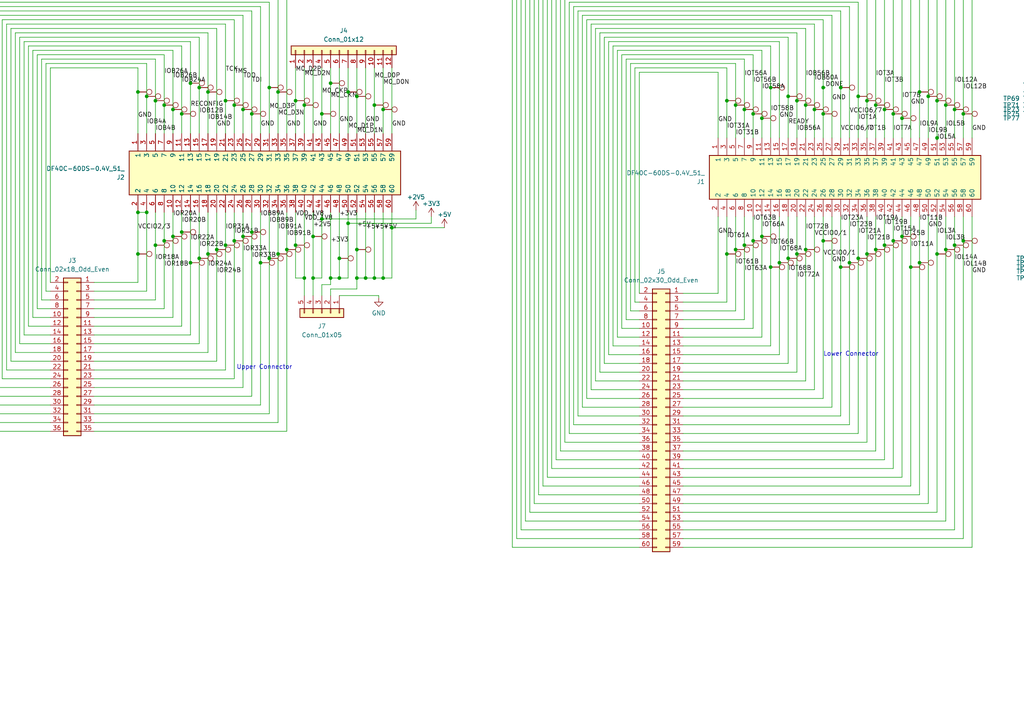
<source format=kicad_sch>
(kicad_sch (version 20230121) (generator eeschema)
  (paper "A4")
  (junction (at 40.005 73.66))
  (junction (at 40.005 61.595))
  (junction (at 100.965 26.67))
  (junction (at 75.565 76.2))
  (junction (at 45.085 71.12))
  (junction (at 70.485 68.58))
  (junction (at 73.025 67.31))
  (junction (at 274.32 30.48))
  (junction (at 42.545 61.595))
  (junction (at 80.645 26.67))
  (junction (at 215.9 71.12))
  (junction (at 67.945 69.85))
  (junction (at 60.325 73.66))
  (junction (at 254 72.39))
  (junction (at 279.4 69.85))
  (junction (at 40.005 26.67))
  (junction (at 251.46 29.21))
  (junction (at 98.425 74.93))
  (junction (at 243.84 77.47))
  (junction (at 90.805 80.645))
  (junction (at 264.16 77.47))
  (junction (at 215.9 31.75))
  (junction (at 45.085 29.21))
  (junction (at 213.36 30.48))
  (junction (at 83.185 72.39))
  (junction (at 233.68 72.39))
  (junction (at 256.54 31.75))
  (junction (at 220.98 34.29))
  (junction (at 65.405 29.21))
  (junction (at 111.125 31.75))
  (junction (at 52.705 33.02))
  (junction (at 106.045 80.645))
  (junction (at 80.645 73.66))
  (junction (at 111.125 80.645))
  (junction (at 60.325 26.67))
  (junction (at 220.98 68.58))
  (junction (at 78.105 25.4))
  (junction (at 108.585 30.48))
  (junction (at 52.705 67.31))
  (junction (at 57.785 25.4))
  (junction (at 238.76 33.02))
  (junction (at 95.885 80.645))
  (junction (at 246.38 76.2))
  (junction (at 95.885 24.13))
  (junction (at 228.6 27.94))
  (junction (at 70.485 31.75))
  (junction (at 218.44 33.02))
  (junction (at 108.585 80.645))
  (junction (at 251.46 73.66))
  (junction (at 88.265 30.48))
  (junction (at 55.245 76.2))
  (junction (at 233.68 30.48))
  (junction (at 254 30.48))
  (junction (at 62.865 72.39))
  (junction (at 266.7 26.67))
  (junction (at 73.025 33.02))
  (junction (at 231.14 73.66))
  (junction (at 213.36 72.39))
  (junction (at 103.505 72.39))
  (junction (at 47.625 69.85))
  (junction (at 210.82 29.21))
  (junction (at 269.24 27.94))
  (junction (at 50.165 68.58))
  (junction (at 236.22 31.75))
  (junction (at 93.345 33.02))
  (junction (at 90.805 68.58))
  (junction (at 223.52 77.47))
  (junction (at 261.62 34.29))
  (junction (at 98.425 80.645))
  (junction (at 100.965 64.77))
  (junction (at 218.44 69.85))
  (junction (at 85.725 71.12))
  (junction (at 271.78 73.66))
  (junction (at 248.92 74.93))
  (junction (at 248.92 27.94))
  (junction (at 238.76 69.85))
  (junction (at 47.625 30.48))
  (junction (at 259.08 33.02))
  (junction (at 276.86 31.75))
  (junction (at 223.52 25.4))
  (junction (at 103.505 27.94))
  (junction (at 271.78 29.21))
  (junction (at 279.4 33.02))
  (junction (at 231.14 29.21))
  (junction (at 55.245 24.13))
  (junction (at 243.84 25.4))
  (junction (at 261.62 68.58))
  (junction (at 93.345 63.5))
  (junction (at 259.08 69.85))
  (junction (at 103.505 80.645))
  (junction (at 210.82 73.66))
  (junction (at 256.54 71.12))
  (junction (at 50.165 31.75))
  (junction (at 65.405 71.12))
  (junction (at 67.945 30.48))
  (junction (at 228.6 74.93))
  (junction (at 85.725 29.21))
  (junction (at 57.785 74.93))
  (junction (at 266.7 76.2))
  (junction (at 78.105 74.93))
  (junction (at 88.265 80.645))
  (junction (at 274.32 72.39))
  (junction (at 238.76 25.4))
  (junction (at 226.06 76.2))
  (junction (at 271.78 40.005))
  (junction (at 42.545 27.94))
  (junction (at 276.86 71.12))
  (junction (at 113.665 66.04))
  (wire (pts (xy 223.52 13.335) (xy 177.8 13.335)))
  (wire (pts (xy 103.505 27.94) (xy 103.505 38.735)))
  (wire (pts (xy 42.545 61.595) (xy 42.545 84.455)))
  (wire (pts (xy 226.06 76.2) (xy 226.06 102.87)))
  (wire (pts (xy 198.12 95.25) (xy 218.44 95.25)))
  (wire (pts (xy 65.405 6.985) (xy 1.905 6.985)))
  (wire (pts (xy 6.985 12.065) (xy 6.985 97.155)))
  (wire (pts (xy 198.12 90.17) (xy 213.36 90.17)))
  (wire (pts (xy 65.405 38.735) (xy 65.405 29.21)))
  (wire (pts (xy 57.785 74.93) (xy 57.785 99.695)))
  (wire (pts (xy 266.7 -8.255) (xy 156.21 -8.255)))
  (wire (pts (xy 67.945 5.715) (xy 67.945 30.48)))
  (wire (pts (xy 10.795 15.875) (xy 47.625 15.875)))
  (wire (pts (xy 6.985 97.155) (xy 14.605 97.155)))
  (wire (pts (xy 243.84 3.175) (xy 167.64 3.175)))
  (wire (pts (xy 12.065 86.995) (xy 14.605 86.995)))
  (wire (pts (xy 173.99 107.95) (xy 173.99 9.525)))
  (wire (pts (xy 80.645 122.555) (xy 27.305 122.555)))
  (wire (pts (xy 85.725 61.595) (xy 85.725 71.12)))
  (wire (pts (xy 100.965 64.77) (xy 100.965 80.645)))
  (wire (pts (xy 60.325 9.525) (xy 4.445 9.525)))
  (wire (pts (xy 120.65 63.5) (xy 120.65 60.96)))
  (wire (pts (xy 198.12 133.35) (xy 256.54 133.35)))
  (wire (pts (xy 95.885 83.82) (xy 103.505 83.82)))
  (wire (pts (xy 50.165 68.58) (xy 50.165 92.075)))
  (wire (pts (xy 103.505 80.645) (xy 106.045 80.645)))
  (wire (pts (xy 111.125 80.645) (xy 113.665 80.645)))
  (wire (pts (xy 85.725 80.645) (xy 85.725 71.12)))
  (wire (pts (xy -5.715 -0.635) (xy -5.715 122.555)))
  (wire (pts (xy 148.59 158.75) (xy 185.42 158.75)))
  (wire (pts (xy 177.8 100.33) (xy 185.42 100.33)))
  (wire (pts (xy 251.46 62.865) (xy 251.46 73.66)))
  (wire (pts (xy 266.7 62.865) (xy 266.7 76.2)))
  (wire (pts (xy 213.36 40.005) (xy 213.36 30.48)))
  (wire (pts (xy 173.99 9.525) (xy 231.14 9.525)))
  (wire (pts (xy 198.12 135.89) (xy 259.08 135.89)))
  (wire (pts (xy 27.305 102.235) (xy 60.325 102.235)))
  (wire (pts (xy 172.72 8.255) (xy 172.72 110.49)))
  (wire (pts (xy 100.965 19.685) (xy 100.965 26.67)))
  (wire (pts (xy 269.24 -9.525) (xy 269.24 27.94)))
  (wire (pts (xy 276.86 -13.335) (xy 151.13 -13.335)))
  (wire (pts (xy 254 72.39) (xy 254 130.81)))
  (wire (pts (xy 279.4 -14.605) (xy 279.4 33.02)))
  (wire (pts (xy 198.12 146.05) (xy 269.24 146.05)))
  (wire (pts (xy 9.525 92.075) (xy 14.605 92.075)))
  (wire (pts (xy 14.605 19.685) (xy 14.605 81.915)))
  (wire (pts (xy 259.08 -4.445) (xy 259.08 33.02)))
  (wire (pts (xy 67.945 61.595) (xy 67.945 69.85)))
  (wire (pts (xy 246.38 76.2) (xy 246.38 123.19)))
  (wire (pts (xy 210.82 62.865) (xy 210.82 73.66)))
  (wire (pts (xy 93.345 19.685) (xy 93.345 33.02)))
  (wire (pts (xy 180.34 95.25) (xy 185.42 95.25)))
  (wire (pts (xy 198.12 92.71) (xy 215.9 92.71)))
  (wire (pts (xy 223.52 13.335) (xy 223.52 25.4)))
  (wire (pts (xy 95.885 82.55) (xy 93.345 82.55)))
  (wire (pts (xy 218.44 40.005) (xy 218.44 33.02)))
  (wire (pts (xy 14.605 125.095) (xy -6.985 125.095)))
  (wire (pts (xy 198.12 151.13) (xy 274.32 151.13)))
  (wire (pts (xy 161.29 133.35) (xy 185.42 133.35)))
  (wire (pts (xy 52.705 67.31) (xy 52.705 94.615)))
  (wire (pts (xy 184.15 87.63) (xy 184.15 19.685)))
  (wire (pts (xy 156.21 143.51) (xy 185.42 143.51)))
  (wire (pts (xy 78.105 0.635) (xy 78.105 25.4)))
  (wire (pts (xy 98.425 80.645) (xy 98.425 74.93)))
  (wire (pts (xy 45.085 17.145) (xy 45.085 29.21)))
  (wire (pts (xy 27.305 92.075) (xy 50.165 92.075)))
  (wire (pts (xy 57.785 10.795) (xy 57.785 25.4)))
  (wire (pts (xy 220.98 40.005) (xy 220.98 34.29)))
  (wire (pts (xy 90.805 19.685) (xy 90.805 38.735)))
  (wire (pts (xy 248.92 0.635) (xy 248.92 27.94)))
  (wire (pts (xy 198.12 97.79) (xy 220.98 97.79)))
  (wire (pts (xy 276.86 -13.335) (xy 276.86 31.75)))
  (wire (pts (xy 65.405 107.315) (xy 27.305 107.315)))
  (wire (pts (xy 1.905 107.315) (xy 14.605 107.315)))
  (wire (pts (xy 153.67 -10.795) (xy 153.67 148.59)))
  (wire (pts (xy 158.75 138.43) (xy 185.42 138.43)))
  (wire (pts (xy 149.86 156.21) (xy 149.86 -14.605)))
  (wire (pts (xy 85.725 19.685) (xy 85.725 29.21)))
  (wire (pts (xy 259.08 62.865) (xy 259.08 69.85)))
  (wire (pts (xy 243.84 3.175) (xy 243.84 25.4)))
  (wire (pts (xy 95.885 61.595) (xy 95.885 80.645)))
  (wire (pts (xy 14.605 94.615) (xy 8.255 94.615)))
  (wire (pts (xy 14.605 84.455) (xy 13.335 84.455)))
  (wire (pts (xy 243.84 25.4) (xy 243.84 40.005)))
  (wire (pts (xy 47.625 38.735) (xy 47.625 30.48)))
  (wire (pts (xy 88.265 19.685) (xy 88.265 30.48)))
  (wire (pts (xy 98.425 85.725) (xy 109.855 85.725)))
  (wire (pts (xy 45.085 61.595) (xy 45.085 71.12)))
  (wire (pts (xy 181.61 17.145) (xy 215.9 17.145)))
  (wire (pts (xy 181.61 92.71) (xy 181.61 17.145)))
  (wire (pts (xy 60.325 9.525) (xy 60.325 26.67)))
  (wire (pts (xy 90.805 80.645) (xy 90.805 85.725)))
  (wire (pts (xy 269.24 62.865) (xy 269.24 146.05)))
  (wire (pts (xy 210.82 19.685) (xy 210.82 29.21)))
  (wire (pts (xy 75.565 1.905) (xy -3.175 1.905)))
  (wire (pts (xy 198.12 110.49) (xy 233.68 110.49)))
  (wire (pts (xy 220.98 68.58) (xy 220.98 97.79)))
  (wire (pts (xy 95.885 19.685) (xy 95.885 24.13)))
  (wire (pts (xy 108.585 61.595) (xy 108.585 80.645)))
  (wire (pts (xy 10.795 89.535) (xy 10.795 15.875)))
  (wire (pts (xy 157.48 -6.985) (xy 264.16 -6.985)))
  (wire (pts (xy 57.785 61.595) (xy 57.785 74.93)))
  (wire (pts (xy 80.645 -0.635) (xy -5.715 -0.635)))
  (wire (pts (xy 93.345 82.55) (xy 93.345 85.725)))
  (wire (pts (xy 218.44 62.865) (xy 218.44 69.85)))
  (wire (pts (xy 106.045 80.645) (xy 108.585 80.645)))
  (wire (pts (xy 261.62 40.005) (xy 261.62 34.29)))
  (wire (pts (xy 52.705 13.335) (xy 52.705 33.02)))
  (wire (pts (xy 233.68 62.865) (xy 233.68 72.39)))
  (wire (pts (xy 185.42 140.97) (xy 157.48 140.97)))
  (wire (pts (xy 148.59 -15.875) (xy 148.59 158.75)))
  (wire (pts (xy 93.345 38.735) (xy 93.345 33.02)))
  (wire (pts (xy 213.36 18.415) (xy 182.88 18.415)))
  (wire (pts (xy 95.885 80.645) (xy 95.885 82.55)))
  (wire (pts (xy 213.36 72.39) (xy 213.36 90.17)))
  (wire (pts (xy 88.265 61.595) (xy 88.265 80.645)))
  (wire (pts (xy 27.305 104.775) (xy 62.865 104.775)))
  (wire (pts (xy 40.005 61.595) (xy 42.545 61.595)))
  (wire (pts (xy 168.91 118.11) (xy 168.91 4.445)))
  (wire (pts (xy 55.245 12.065) (xy 6.985 12.065)))
  (wire (pts (xy 95.885 24.13) (xy 95.885 38.735)))
  (wire (pts (xy 215.9 40.005) (xy 215.9 31.75)))
  (wire (pts (xy 261.62 -5.715) (xy 158.75 -5.715)))
  (wire (pts (xy 111.125 61.595) (xy 111.125 80.645)))
  (wire (pts (xy 70.485 112.395) (xy 27.305 112.395)))
  (wire (pts (xy 259.08 33.02) (xy 259.08 40.005)))
  (wire (pts (xy 238.76 40.005) (xy 238.76 33.02)))
  (wire (pts (xy 218.44 15.875) (xy 180.34 15.875)))
  (wire (pts (xy 210.82 29.21) (xy 210.82 40.005)))
  (wire (pts (xy 100.965 61.595) (xy 100.965 64.77)))
  (wire (pts (xy 80.645 61.595) (xy 80.645 73.66)))
  (wire (pts (xy 108.585 19.685) (xy 108.585 30.48)))
  (wire (pts (xy 185.42 130.81) (xy 162.56 130.81)))
  (wire (pts (xy 274.32 72.39) (xy 274.32 151.13)))
  (wire (pts (xy 171.45 113.03) (xy 171.45 6.985)))
  (wire (pts (xy 241.3 4.445) (xy 241.3 40.005)))
  (wire (pts (xy 208.28 20.955) (xy 185.42 20.955)))
  (wire (pts (xy 52.705 94.615) (xy 27.305 94.615)))
  (wire (pts (xy 67.945 38.735) (xy 67.945 30.48)))
  (wire (pts (xy 156.21 -8.255) (xy 156.21 143.51)))
  (wire (pts (xy 163.83 128.27) (xy 185.42 128.27)))
  (wire (pts (xy 264.16 77.47) (xy 264.16 140.97)))
  (wire (pts (xy -1.905 3.175) (xy 73.025 3.175)))
  (wire (pts (xy 198.12 138.43) (xy 261.62 138.43)))
  (wire (pts (xy 60.325 61.595) (xy 60.325 73.66)))
  (wire (pts (xy 40.005 26.67) (xy 40.005 38.735)))
  (wire (pts (xy 198.12 156.21) (xy 279.4 156.21)))
  (wire (pts (xy 50.165 61.595) (xy 50.165 68.58)))
  (wire (pts (xy 158.75 -5.715) (xy 158.75 138.43)))
  (wire (pts (xy 274.32 62.865) (xy 274.32 72.39)))
  (wire (pts (xy 185.42 156.21) (xy 149.86 156.21)))
  (wire (pts (xy 269.24 27.94) (xy 269.24 40.005)))
  (wire (pts (xy 57.785 25.4) (xy 57.785 38.735)))
  (wire (pts (xy 4.445 102.235) (xy 14.605 102.235)))
  (wire (pts (xy 4.445 9.525) (xy 4.445 102.235)))
  (wire (pts (xy 157.48 140.97) (xy 157.48 -6.985)))
  (wire (pts (xy 5.715 99.695) (xy 5.715 10.795)))
  (wire (pts (xy 162.56 -1.905) (xy 254 -1.905)))
  (wire (pts (xy 223.52 77.47) (xy 223.52 100.33)))
  (wire (pts (xy 198.12 148.59) (xy 271.78 148.59)))
  (wire (pts (xy 47.625 69.85) (xy 47.625 89.535)))
  (wire (pts (xy 198.12 140.97) (xy 264.16 140.97)))
  (wire (pts (xy 185.42 135.89) (xy 160.02 135.89)))
  (wire (pts (xy -6.985 125.095) (xy -6.985 -1.905)))
  (wire (pts (xy 276.86 62.865) (xy 276.86 71.12)))
  (wire (pts (xy 266.7 40.005) (xy 266.7 26.67)))
  (wire (pts (xy 14.605 120.015) (xy -4.445 120.015)))
  (wire (pts (xy 231.14 29.21) (xy 231.14 40.005)))
  (wire (pts (xy 27.305 81.915) (xy 40.005 81.915)))
  (wire (pts (xy 276.86 71.12) (xy 276.86 153.67)))
  (wire (pts (xy 243.84 62.865) (xy 243.84 77.47)))
  (wire (pts (xy 0.635 109.855) (xy 0.635 5.715)))
  (wire (pts (xy 279.4 62.865) (xy 279.4 69.85)))
  (wire (pts (xy 198.12 123.19) (xy 246.38 123.19)))
  (wire (pts (xy 213.36 18.415) (xy 213.36 30.48)))
  (wire (pts (xy 73.025 61.595) (xy 73.025 67.31)))
  (wire (pts (xy 198.12 85.09) (xy 208.28 85.09)))
  (wire (pts (xy 185.42 146.05) (xy 154.94 146.05)))
  (wire (pts (xy -0.635 4.445) (xy -0.635 112.395)))
  (wire (pts (xy 78.105 74.93) (xy 78.105 120.015)))
  (wire (pts (xy 90.805 80.645) (xy 93.345 80.645)))
  (wire (pts (xy 266.7 -8.255) (xy 266.7 26.67)))
  (wire (pts (xy -4.445 0.635) (xy 78.105 0.635)))
  (wire (pts (xy 154.94 -9.525) (xy 269.24 -9.525)))
  (wire (pts (xy 161.29 -3.175) (xy 161.29 133.35)))
  (wire (pts (xy 261.62 62.865) (xy 261.62 68.58)))
  (wire (pts (xy 179.07 14.605) (xy 220.98 14.605)))
  (wire (pts (xy 98.425 80.645) (xy 100.965 80.645)))
  (wire (pts (xy 100.965 64.77) (xy 125.095 64.77)))
  (wire (pts (xy 73.025 38.735) (xy 73.025 33.02)))
  (wire (pts (xy 5.715 10.795) (xy 57.785 10.795)))
  (wire (pts (xy 95.885 80.645) (xy 98.425 80.645)))
  (wire (pts (xy 259.08 69.85) (xy 259.08 135.89)))
  (wire (pts (xy 93.345 61.595) (xy 93.345 63.5)))
  (wire (pts (xy 163.83 -0.635) (xy 251.46 -0.635)))
  (wire (pts (xy 276.86 40.005) (xy 276.86 31.75)))
  (wire (pts (xy 281.94 -15.875) (xy 281.94 40.005)))
  (wire (pts (xy 83.185 72.39) (xy 83.185 125.095)))
  (wire (pts (xy 14.605 114.935) (xy -1.905 114.935)))
  (wire (pts (xy 85.725 38.735) (xy 85.725 29.21)))
  (wire (pts (xy 50.165 14.605) (xy 9.525 14.605)))
  (wire (pts (xy 182.88 90.17) (xy 185.42 90.17)))
  (wire (pts (xy 65.405 6.985) (xy 65.405 29.21)))
  (wire (pts (xy 175.26 10.795) (xy 175.26 105.41)))
  (wire (pts (xy 149.86 -14.605) (xy 279.4 -14.605)))
  (wire (pts (xy 70.485 4.445) (xy 70.485 31.75)))
  (wire (pts (xy 113.665 61.595) (xy 113.665 66.04)))
  (wire (pts (xy 238.76 5.715) (xy 170.18 5.715)))
  (wire (pts (xy 154.94 146.05) (xy 154.94 -9.525)))
  (wire (pts (xy 223.52 25.4) (xy 223.52 40.005)))
  (wire (pts (xy 256.54 62.865) (xy 256.54 71.12)))
  (wire (pts (xy -5.715 122.555) (xy 14.605 122.555)))
  (wire (pts (xy 106.045 61.595) (xy 106.045 80.645)))
  (wire (pts (xy 90.805 80.645) (xy 90.805 68.58)))
  (wire (pts (xy 215.9 71.12) (xy 215.9 92.71)))
  (wire (pts (xy 80.645 73.66) (xy 80.645 122.555)))
  (wire (pts (xy 3.175 104.775) (xy 3.175 8.255)))
  (wire (pts (xy 13.335 84.455) (xy 13.335 18.415)))
  (wire (pts (xy 167.64 120.65) (xy 185.42 120.65)))
  (wire (pts (xy 85.725 80.645) (xy 88.265 80.645)))
  (wire (pts (xy 98.425 19.685) (xy 98.425 38.735)))
  (wire (pts (xy 198.12 118.11) (xy 241.3 118.11)))
  (wire (pts (xy 228.6 62.865) (xy 228.6 74.93)))
  (wire (pts (xy 238.76 5.715) (xy 238.76 25.4)))
  (wire (pts (xy 185.42 97.79) (xy 179.07 97.79)))
  (wire (pts (xy 256.54 -3.175) (xy 161.29 -3.175)))
  (wire (pts (xy 254 62.865) (xy 254 72.39)))
  (wire (pts (xy 50.165 38.735) (xy 50.165 31.75)))
  (wire (pts (xy 167.64 3.175) (xy 167.64 120.65)))
  (wire (pts (xy 40.005 61.595) (xy 40.005 73.66)))
  (wire (pts (xy 27.305 97.155) (xy 55.245 97.155)))
  (wire (pts (xy 166.37 123.19) (xy 166.37 1.905)))
  (wire (pts (xy 57.785 99.695) (xy 27.305 99.695)))
  (wire (pts (xy 236.22 40.005) (xy 236.22 31.75)))
  (wire (pts (xy 160.02 -4.445) (xy 259.08 -4.445)))
  (wire (pts (xy 70.485 38.735) (xy 70.485 31.75)))
  (wire (pts (xy 226.06 62.865) (xy 226.06 76.2)))
  (wire (pts (xy 233.68 40.005) (xy 233.68 30.48)))
  (wire (pts (xy 60.325 26.67) (xy 60.325 38.735)))
  (wire (pts (xy 152.4 151.13) (xy 152.4 -12.065)))
  (wire (pts (xy 180.34 15.875) (xy 180.34 95.25)))
  (wire (pts (xy 228.6 10.795) (xy 228.6 27.94)))
  (wire (pts (xy 251.46 29.21) (xy 251.46 40.005)))
  (wire (pts (xy 264.16 -6.985) (xy 264.16 40.005)))
  (wire (pts (xy 78.105 25.4) (xy 78.105 38.735)))
  (wire (pts (xy 45.085 17.145) (xy 12.065 17.145)))
  (wire (pts (xy 215.9 62.865) (xy 215.9 71.12)))
  (wire (pts (xy 266.7 76.2) (xy 266.7 143.51)))
  (wire (pts (xy 108.585 80.645) (xy 111.125 80.645)))
  (wire (pts (xy 198.12 115.57) (xy 238.76 115.57)))
  (wire (pts (xy 254 40.005) (xy 254 30.48)))
  (wire (pts (xy 65.405 71.12) (xy 65.405 107.315)))
  (wire (pts (xy 47.625 61.595) (xy 47.625 69.85)))
  (wire (pts (xy -0.635 112.395) (xy 14.605 112.395)))
  (wire (pts (xy 55.245 12.065) (xy 55.245 24.13)))
  (wire (pts (xy 198.12 113.03) (xy 236.22 113.03)))
  (wire (pts (xy 223.52 62.865) (xy 223.52 77.47)))
  (wire (pts (xy 1.905 6.985) (xy 1.905 107.315)))
  (wire (pts (xy 279.4 40.005) (xy 279.4 33.02)))
  (wire (pts (xy 271.78 -10.795) (xy 271.78 29.21)))
  (wire (pts (xy 111.125 38.735) (xy 111.125 31.75)))
  (wire (pts (xy 274.32 -12.065) (xy 274.32 30.48)))
  (wire (pts (xy 100.965 26.67) (xy 100.965 38.735)))
  (wire (pts (xy 248.92 27.94) (xy 248.92 40.005)))
  (wire (pts (xy 208.28 20.955) (xy 208.28 40.005)))
  (wire (pts (xy 198.12 143.51) (xy 266.7 143.51)))
  (wire (pts (xy 181.61 92.71) (xy 185.42 92.71)))
  (wire (pts (xy 27.305 114.935) (xy 73.025 114.935)))
  (wire (pts (xy 103.505 61.595) (xy 103.505 72.39)))
  (wire (pts (xy 176.53 102.87) (xy 185.42 102.87)))
  (wire (pts (xy 163.83 128.27) (xy 163.83 -0.635)))
  (wire (pts (xy 228.6 74.93) (xy 228.6 105.41)))
  (wire (pts (xy 220.98 62.865) (xy 220.98 68.58)))
  (wire (pts (xy 254 -1.905) (xy 254 30.48)))
  (wire (pts (xy -6.985 -1.905) (xy 83.185 -1.905)))
  (wire (pts (xy 52.705 38.735) (xy 52.705 33.02)))
  (wire (pts (xy 113.665 66.04) (xy 128.905 66.04)))
  (wire (pts (xy 238.76 62.865) (xy 238.76 69.85)))
  (wire (pts (xy 70.485 61.595) (xy 70.485 68.58)))
  (wire (pts (xy 198.12 130.81) (xy 254 130.81)))
  (wire (pts (xy 12.065 17.145) (xy 12.065 86.995)))
  (wire (pts (xy 3.175 8.255) (xy 62.865 8.255)))
  (wire (pts (xy 0.635 5.715) (xy 67.945 5.715)))
  (wire (pts (xy 45.085 71.12) (xy 45.085 86.995)))
  (wire (pts (xy 236.22 62.865) (xy 236.22 113.03)))
  (wire (pts (xy 166.37 1.905) (xy 246.38 1.905)))
  (wire (pts (xy 231.14 9.525) (xy 231.14 29.21)))
  (wire (pts (xy 233.68 72.39) (xy 233.68 110.49)))
  (wire (pts (xy 40.005 19.685) (xy 14.605 19.685)))
  (wire (pts (xy 238.76 25.4) (xy 238.76 33.02)))
  (wire (pts (xy -3.175 1.905) (xy -3.175 117.475)))
  (wire (pts (xy 172.72 110.49) (xy 185.42 110.49)))
  (wire (pts (xy 80.645 26.67) (xy 80.645 38.735)))
  (wire (pts (xy 8.255 13.335) (xy 52.705 13.335)))
  (wire (pts (xy 177.8 13.335) (xy 177.8 100.33)))
  (wire (pts (xy 251.46 -0.635) (xy 251.46 29.21)))
  (wire (pts (xy 93.345 63.5) (xy 120.65 63.5)))
  (wire (pts (xy 103.505 19.685) (xy 103.505 27.94)))
  (wire (pts (xy 93.345 63.5) (xy 93.345 80.645)))
  (wire (pts (xy 271.78 62.865) (xy 271.78 73.66)))
  (wire (pts (xy 241.3 62.865) (xy 241.3 118.11)))
  (wire (pts (xy 109.855 85.725) (xy 109.855 86.36)))
  (wire (pts (xy 62.865 72.39) (xy 62.865 104.775)))
  (wire (pts (xy 40.005 73.66) (xy 40.005 81.915)))
  (wire (pts (xy 70.485 68.58) (xy 70.485 112.395)))
  (wire (pts (xy 256.54 71.12) (xy 256.54 133.35)))
  (wire (pts (xy 281.94 158.75) (xy 198.12 158.75)))
  (wire (pts (xy 261.62 68.58) (xy 261.62 138.43)))
  (wire (pts (xy 70.485 4.445) (xy -0.635 4.445)))
  (wire (pts (xy 9.525 14.605) (xy 9.525 92.075)))
  (wire (pts (xy 75.565 76.2) (xy 75.565 117.475)))
  (wire (pts (xy 198.12 105.41) (xy 228.6 105.41)))
  (wire (pts (xy 13.335 18.415) (xy 42.545 18.415)))
  (wire (pts (xy 198.12 128.27) (xy 251.46 128.27)))
  (wire (pts (xy 281.94 62.865) (xy 281.94 158.75)))
  (wire (pts (xy 256.54 40.005) (xy 256.54 31.75)))
  (wire (pts (xy 8.255 94.615) (xy 8.255 13.335)))
  (wire (pts (xy 98.425 61.595) (xy 98.425 74.93)))
  (wire (pts (xy -3.175 117.475) (xy 14.605 117.475)))
  (wire (pts (xy 60.325 73.66) (xy 60.325 102.235)))
  (wire (pts (xy 274.32 40.005) (xy 274.32 30.48)))
  (wire (pts (xy 73.025 67.31) (xy 73.025 114.935)))
  (wire (pts (xy 75.565 117.475) (xy 27.305 117.475)))
  (wire (pts (xy 251.46 73.66) (xy 251.46 128.27)))
  (wire (pts (xy 246.38 62.865) (xy 246.38 76.2)))
  (wire (pts (xy 233.68 8.255) (xy 172.72 8.255)))
  (wire (pts (xy 47.625 15.875) (xy 47.625 30.48)))
  (wire (pts (xy 171.45 6.985) (xy 236.22 6.985)))
  (wire (pts (xy 165.1 125.73) (xy 185.42 125.73)))
  (wire (pts (xy 239.395 25.4) (xy 238.76 25.4)))
  (wire (pts (xy 111.125 19.685) (xy 111.125 31.75)))
  (wire (pts (xy 231.14 73.66) (xy 231.14 107.95)))
  (wire (pts (xy 208.28 62.865) (xy 208.28 85.09)))
  (wire (pts (xy 90.805 61.595) (xy 90.805 68.58)))
  (wire (pts (xy 113.665 66.04) (xy 113.665 80.645)))
  (wire (pts (xy 248.92 62.865) (xy 248.92 74.93)))
  (wire (pts (xy 228.6 27.94) (xy 228.6 40.005)))
  (wire (pts (xy 103.505 80.645) (xy 103.505 83.82)))
  (wire (pts (xy 27.305 84.455) (xy 42.545 84.455)))
  (wire (pts (xy 238.76 69.85) (xy 238.76 115.57)))
  (wire (pts (xy 42.545 27.94) (xy 42.545 38.735)))
  (wire (pts (xy 185.42 118.11) (xy 168.91 118.11)))
  (wire (pts (xy 151.13 -13.335) (xy 151.13 153.67)))
  (wire (pts (xy 198.12 87.63) (xy 210.82 87.63)))
  (wire (pts (xy 271.78 40.005) (xy 271.78 40.64)))
  (wire (pts (xy 176.53 102.87) (xy 176.53 12.065)))
  (wire (pts (xy 55.245 24.13) (xy 55.245 38.735)))
  (wire (pts (xy 55.245 76.2) (xy 55.245 97.155)))
  (wire (pts (xy 75.565 1.905) (xy 75.565 38.735)))
  (wire (pts (xy 83.185 -1.905) (xy 83.185 38.735)))
  (wire (pts (xy 271.78 29.21) (xy 271.78 40.005)))
  (wire (pts (xy 14.605 109.855) (xy 0.635 109.855)))
  (wire (pts (xy 162.56 130.81) (xy 162.56 -1.905)))
  (wire (pts (xy -4.445 120.015) (xy -4.445 0.635)))
  (wire (pts (xy 185.42 113.03) (xy 171.45 113.03)))
  (wire (pts (xy 198.12 125.73) (xy 248.92 125.73)))
  (wire (pts (xy 14.605 104.775) (xy 3.175 104.775)))
  (wire (pts (xy 271.78 -10.795) (xy 153.67 -10.795)))
  (wire (pts (xy 185.42 151.13) (xy 152.4 151.13)))
  (wire (pts (xy 62.865 8.255) (xy 62.865 38.735)))
  (wire (pts (xy 168.91 4.445) (xy 241.3 4.445)))
  (wire (pts (xy 231.14 62.865) (xy 231.14 73.66)))
  (wire (pts (xy 213.36 62.865) (xy 213.36 72.39)))
  (wire (pts (xy 279.4 69.85) (xy 279.4 156.21)))
  (wire (pts (xy 246.38 1.905) (xy 246.38 40.005)))
  (wire (pts (xy 27.305 86.995) (xy 45.085 86.995)))
  (wire (pts (xy 42.545 18.415) (xy 42.545 27.94)))
  (wire (pts (xy 198.12 120.65) (xy 243.84 120.65)))
  (wire (pts (xy 27.305 120.015) (xy 78.105 120.015)))
  (wire (pts (xy 88.265 80.645) (xy 88.265 85.725)))
  (wire (pts (xy 106.045 19.685) (xy 106.045 38.735)))
  (wire (pts (xy -1.905 114.935) (xy -1.905 3.175)))
  (wire (pts (xy 95.885 85.725) (xy 95.885 83.82)))
  (wire (pts (xy 152.4 -12.065) (xy 274.32 -12.065)))
  (wire (pts (xy 198.12 100.33) (xy 223.52 100.33)))
  (wire (pts (xy 62.865 61.595) (xy 62.865 72.39)))
  (wire (pts (xy 218.44 69.85) (xy 218.44 95.25)))
  (wire (pts (xy 40.005 19.685) (xy 40.005 26.67)))
  (wire (pts (xy 50.165 14.605) (xy 50.165 31.75)))
  (wire (pts (xy 170.18 115.57) (xy 185.42 115.57)))
  (wire (pts (xy 243.84 77.47) (xy 243.84 120.65)))
  (wire (pts (xy 151.13 153.67) (xy 185.42 153.67)))
  (wire (pts (xy 256.54 -3.175) (xy 256.54 31.75)))
  (wire (pts (xy 78.105 61.595) (xy 78.105 74.93)))
  (wire (pts (xy 184.15 19.685) (xy 210.82 19.685)))
  (wire (pts (xy 113.665 19.685) (xy 113.665 38.735)))
  (wire (pts (xy 80.645 -0.635) (xy 80.645 26.67)))
  (wire (pts (xy 45.085 38.735) (xy 45.085 29.21)))
  (wire (pts (xy 73.025 3.175) (xy 73.025 33.02)))
  (wire (pts (xy 14.605 89.535) (xy 10.795 89.535)))
  (wire (pts (xy 261.62 -5.715) (xy 261.62 34.29)))
  (wire (pts (xy 108.585 38.735) (xy 108.585 30.48)))
  (wire (pts (xy 65.405 61.595) (xy 65.405 71.12)))
  (wire (pts (xy 52.705 61.595) (xy 52.705 67.31)))
  (wire (pts (xy 165.1 0.635) (xy 165.1 125.73)))
  (wire (pts (xy 236.22 6.985) (xy 236.22 31.75)))
  (wire (pts (xy 160.02 135.89) (xy 160.02 -4.445)))
  (wire (pts (xy 14.605 99.695) (xy 5.715 99.695)))
  (wire (pts (xy 153.67 148.59) (xy 185.42 148.59)))
  (wire (pts (xy 185.42 20.955) (xy 185.42 85.09)))
  (wire (pts (xy 218.44 15.875) (xy 218.44 33.02)))
  (wire (pts (xy 27.305 109.855) (xy 67.945 109.855)))
  (wire (pts (xy 185.42 123.19) (xy 166.37 123.19)))
  (wire (pts (xy 67.945 69.85) (xy 67.945 109.855)))
  (wire (pts (xy 210.82 73.66) (xy 210.82 87.63)))
  (wire (pts (xy 88.265 38.735) (xy 88.265 30.48)))
  (wire (pts (xy 103.505 72.39) (xy 103.505 80.645)))
  (wire (pts (xy 215.9 17.145) (xy 215.9 31.75)))
  (wire (pts (xy 170.18 5.715) (xy 170.18 115.57)))
  (wire (pts (xy 228.6 10.795) (xy 175.26 10.795)))
  (wire (pts (xy 248.92 0.635) (xy 165.1 0.635)))
  (wire (pts (xy 83.185 61.595) (xy 83.185 72.39)))
  (wire (pts (xy 220.98 14.605) (xy 220.98 34.29)))
  (wire (pts (xy 185.42 107.95) (xy 173.99 107.95)))
  (wire (pts (xy 248.92 74.93) (xy 248.92 125.73)))
  (wire (pts (xy 182.88 18.415) (xy 182.88 90.17)))
  (wire (pts (xy 125.095 64.77) (xy 125.095 62.865)))
  (wire (pts (xy 27.305 125.095) (xy 83.185 125.095)))
  (wire (pts (xy 233.68 8.255) (xy 233.68 30.48)))
  (wire (pts (xy 198.12 107.95) (xy 231.14 107.95)))
  (wire (pts (xy 281.94 -15.875) (xy 148.59 -15.875)))
  (wire (pts (xy 55.245 61.595) (xy 55.245 76.2)))
  (wire (pts (xy 276.86 153.67) (xy 198.12 153.67)))
  (wire (pts (xy 198.12 102.87) (xy 226.06 102.87)))
  (wire (pts (xy 226.06 12.065) (xy 226.06 40.005)))
  (wire (pts (xy 175.26 105.41) (xy 185.42 105.41)))
  (wire (pts (xy 185.42 87.63) (xy 184.15 87.63)))
  (wire (pts (xy 27.305 89.535) (xy 47.625 89.535)))
  (wire (pts (xy 176.53 12.065) (xy 226.06 12.065)))
  (wire (pts (xy 264.16 62.865) (xy 264.16 77.47)))
  (wire (pts (xy 271.78 73.66) (xy 271.78 148.59)))
  (wire (pts (xy 75.565 61.595) (xy 75.565 76.2)))
  (wire (pts (xy 179.07 97.79) (xy 179.07 14.605)))
  (text "Lower Connector" (at 238.76 103.505 0) (effects (font (size 1.27 1.27)) (justify left bottom)))
  (text "Upper Connector" (at 68.58 107.315 0) (effects (font (size 1.27 1.27)) (justify left bottom)))
  (label "IOR20B" (at 52.705 64.77 0))
  (label "IOT1A" (at 248.92 34.925 0))
  (label "VCCIO0{slash}1" (at 236.22 68.58 0))
  (label "IOT63A" (at 215.9 78.74 0))
  (label "IOT63B" (at 218.44 64.135 0))
  (label "IOB89A" (at 75.565 62.865 0))
  (label "IOL3B" (at 274.32 69.85 0))
  (label "IOR24B" (at 62.865 79.375 0))
  (label "IOT31A" (at 210.82 37.465 0))
  (label "READY" (at 228.6 36.195 0))
  (label "IOT31B" (at 213.36 39.37 0))
  (label "GND" (at 106.045 35.56 0))
  (label "+3V3" (at 95.885 70.485 0))
  (label "GND" (at 241.3 29.21 0))
  (label "IOL9A" (at 266.7 36.83 0))
  (label "IOT58B" (at 223.52 32.385 0))
  (label "IOB26B" (at 50.165 22.86 0))
  (label "IOT3B" (at 256.54 24.13 0))
  (label "IOT56A" (at 215.9 22.225 0))
  (label "GND" (at 281.94 38.1 0))
  (label "IOR33A" (at 70.485 73.025 0))
  (label "GND" (at 75.565 36.83 0))
  (label "M0_D2P" (at 85.725 20.955 0))
  (label "IOB91A" (at 80.645 66.675 0))
  (label "IOT61A" (at 210.82 69.215 0))
  (label "IOL14B" (at 279.4 77.47 0))
  (label "TMS" (at 67.945 21.59 0))
  (label "IOR22B" (at 57.785 71.755 0))
  (label "IOT68A" (at 226.06 73.025 0))
  (label "GND" (at 269.24 66.04 0))
  (label "+3V3" (at 98.425 62.865 0))
  (label "IOR18A" (at 45.085 75.565 0))
  (label "TCK" (at 65.405 20.955 0))
  (label "TDO" (at 70.485 22.86 0))
  (label "IOT1B" (at 251.46 38.1 0))
  (label "IOT61B" (at 213.36 76.835 0))
  (label "IOR31A" (at 65.405 66.675 0))
  (label "IOT72A" (at 231.14 80.645 0))
  (label "IOB91B" (at 83.185 68.58 0))
  (label "GND" (at 98.425 35.56 0))
  (label "IOT11B" (at 266.7 64.135 0))
  (label "M0_CKP" (at 93.345 27.305 0))
  (label "IOT11A" (at 264.16 71.755 0))
  (label "IOT7A" (at 259.08 38.1 0))
  (label "GND" (at 281.94 79.375 0))
  (label "VCCIO2{slash}3" (at 40.005 66.675 0))
  (label "GND" (at 113.665 36.83 0))
  (label "IOR24A" (at 60.325 77.47 0))
  (label "IOL5B" (at 274.32 36.83 0))
  (label "GND" (at 40.005 34.29 0))
  (label "VDD_1V8" (at 85.725 62.865 0))
  (label "RECONFIG" (at 55.245 31.115 0))
  (label "IOT15A" (at 259.08 67.31 0))
  (label "IOB4A" (at 42.545 36.195 0))
  (label "IOT3A" (at 254 22.225 0))
  (label "+5V" (at 108.585 66.675 0))
  (label "IOT23B" (at 246.38 66.04 0))
  (label "VCCIO6{slash}7" (at 243.84 38.1 0))
  (label "IOB24A" (at 52.705 24.13 0))
  (label "IOT21B" (at 251.46 69.85 0))
  (label "IOT15B" (at 261.62 68.58 0))
  (label "M0_D0N" (at 111.125 24.765 0))
  (label "GND" (at 83.185 36.83 0))
  (label "GND" (at 241.3 76.2 0))
  (label "M0_D3P" (at 78.105 31.75 0))
  (label "IOT23A" (at 243.84 64.135 0))
  (label "IOT66A" (at 220.98 66.04 0))
  (label "IOT66B" (at 223.52 71.12 0))
  (label "IOB4B" (at 45.085 38.1 0))
  (label "IOR31B" (at 67.945 67.945 0))
  (label "IOL5A" (at 271.78 40.64 0))
  (label "M0_D1P" (at 100.965 37.465 0))
  (label "IOT19A" (at 254 64.135 0))
  (label "IOL14A" (at 276.86 75.565 0))
  (label "GND" (at 62.865 36.83 0))
  (label "IOB60A" (at 236.22 23.495 0))
  (label "IOT68B" (at 228.6 78.74 0))
  (label "+2V5" (at 90.805 66.04 0))
  (label "IOR33B" (at 73.025 74.93 0))
  (label "IOB56B" (at 233.68 22.225 0))
  (label "M0_D1N" (at 103.505 38.735 0))
  (label "GND" (at 208.28 35.56 0))
  (label "IOT21A" (at 248.92 67.945 0))
  (label "M0_D3N" (at 80.645 33.655 0))
  (label "+5V" (at 103.505 66.04 0))
  (label "TDI" (at 73.025 24.13 0))
  (label "IOR18B" (at 47.625 77.47 0))
  (label "GND" (at 208.28 67.945 0))
  (label "IOB14B" (at 60.325 34.925 0))
  (label "VCCIO0{slash}1" (at 238.76 74.295 0))
  (label "M0_D2N" (at 88.265 22.225 0))
  (label "VCCIO6{slash}7" (at 246.38 33.02 0))
  (label "VDD_1V8" (at 88.265 64.135 0))
  (label "IOT7B" (at 261.62 28.575 0))
  (label "M0_CKN" (at 95.885 28.575 0))
  (label "+5V" (at 111.125 66.675 0))
  (label "IOL12A" (at 276.86 24.13 0))
  (label "IOB12B" (at 57.785 33.02 0))
  (label "IOL3A" (at 271.78 67.945 0))
  (label "IOT19B" (at 256.54 65.405 0))
  (label "+5V" (at 106.045 66.675 0))
  (label "IOT56B" (at 218.44 24.13 0))
  (label "IOT58A" (at 220.98 26.035 0))
  (label "IOB56A" (at 231.14 38.1 0))
  (label "IOB26A" (at 47.625 21.59 0))
  (label "IOL12B" (at 279.4 26.035 0))
  (label "GND" (at 226.06 34.29 0))
  (label "DONE" (at 239.395 25.4 0))
  (label "IOL9B" (at 269.24 38.735 0))
  (label "IOR22A" (at 55.245 69.85 0))
  (label "IOT72B" (at 233.68 66.675 0))
  (label "IOB89B" (at 78.105 64.77 0))
  (label "IOR20A" (at 50.165 62.865 0))
  (label "M0_D0P" (at 108.585 22.86 0))
  (label "GND" (at 264.16 30.48 0))
  (label "GND" (at 90.805 36.83 0))
  (symbol (lib_id "Connector:TestPoint") (at 62.865 72.39 270) (mirror x) (unit 1)
    (property "Reference" "TP51" (at 128.27 -11.43 90))
    (property "Value" "TestPoint" (effects hide))
    (property "Footprint" "TestPoint:TestPoint_THTPad_1.5x1.5mm_Drill0.7mm" (effects hide))
  )
  (symbol (lib_id "Connector:TestPoint") (at 45.085 71.12 270) (mirror x) (unit 1)
    (property "Reference" "TP58" (at 122.555 -13.335 90))
    (property "Value" "TestPoint" (effects hide))
    (property "Footprint" "TestPoint:TestPoint_THTPad_1.5x1.5mm_Drill0.7mm" (effects hide))
  )
  (symbol (lib_id "Connector:TestPoint") (at 90.805 68.58 270) (mirror x) (unit 1)
    (property "Reference" "TP40" (at 133.985 -15.875 90))
    (property "Value" "TestPoint" (effects hide))
    (property "Footprint" "TestPoint:TestPoint_THTPad_1.5x1.5mm_Drill0.7mm" (effects hide))
  )
  (symbol (lib_id "Connector:TestPoint") (at 269.24 27.94 270) (unit 1)
    (property "Reference" "TP115" (at 309.245 27.305 90))
    (property "Value" "TestPoint" (effects hide))
    (property "Footprint" "TestPoint:TestPoint_THTPad_1.5x1.5mm_Drill0.7mm" (effects hide))
  )
  (symbol (lib_id "Connector:TestPoint") (at 52.705 67.31 270) (mirror x) (unit 1)
    (property "Reference" "TP55" (at 122.555 -17.145 90))
    (property "Value" "TestPoint" (effects hide))
    (property "Footprint" "TestPoint:TestPoint_THTPad_1.5x1.5mm_Drill0.7mm" (effects hide))
  )
  (symbol (lib_id "Connector:TestPoint") (at 271.78 73.66 270) (mirror x) (unit 1)
    (property "Reference" "TP118" (at 313.055 80.645 90))
    (property "Value" "TestPoint" (effects hide))
    (property "Footprint" "TestPoint:TestPoint_Pad_1.5x1.5mm" (effects hide))
  )
  (symbol (lib_id "Connector:TestPoint") (at 243.84 77.47 270) (mirror x) (unit 1)
    (property "Reference" "TP96" (at 308.61 84.455 90))
    (property "Value" "TestPoint" (effects hide))
    (property "Footprint" "TestPoint:TestPoint_Pad_1.5x1.5mm" (effects hide))
  )
  (symbol (lib_id "Connector:TestPoint") (at 93.345 33.02 270) (unit 1)
    (property "Reference" "TP9" (at 106.68 -6.985 90))
    (property "Value" "TestPoint" (effects hide))
    (property "Footprint" "TestPoint:TestPoint_Pad_1.5x1.5mm" (effects hide))
  )
  (symbol (lib_id "Connector:TestPoint") (at 215.9 31.75 270) (unit 1)
    (property "Reference" "TP73" (at 293.37 31.75 90))
    (property "Value" "TestPoint" (effects hide))
    (property "Footprint" "TestPoint:TestPoint_THTPad_1.5x1.5mm_Drill0.7mm" (effects hide))
  )
  (symbol (lib_id "Connector:TestPoint") (at 57.785 74.93 270) (mirror x) (unit 1)
    (property "Reference" "TP53" (at 128.27 -8.89 90))
    (property "Value" "TestPoint" (effects hide))
    (property "Footprint" "TestPoint:TestPoint_THTPad_1.5x1.5mm_Drill0.7mm" (effects hide))
  )
  (symbol (lib_id "Connector:TestPoint") (at 248.92 74.93 270) (mirror x) (unit 1)
    (property "Reference" "TP100" (at 308.61 81.915 90))
    (property "Value" "TestPoint" (effects hide))
    (property "Footprint" "TestPoint:TestPoint_Pad_1.5x1.5mm" (effects hide))
  )
  (symbol (lib_id "Connector:TestPoint") (at 256.54 31.75 270) (unit 1)
    (property "Reference" "TP105" (at 304.8 31.75 90))
    (property "Value" "TestPoint" (effects hide))
    (property "Footprint" "TestPoint:TestPoint_THTPad_1.5x1.5mm_Drill0.7mm" (effects hide))
  )
  (symbol (lib_id "Connector:TestPoint") (at 266.7 76.2 270) (mirror x) (unit 1)
    (property "Reference" "TP114" (at 313.055 83.185 90))
    (property "Value" "TestPoint" (effects hide))
    (property "Footprint" "TestPoint:TestPoint_Pad_1.5x1.5mm" (effects hide))
  )
  (symbol (lib_id "Connector:TestPoint") (at 50.165 68.58 270) (mirror x) (unit 1)
    (property "Reference" "TP56" (at 122.555 -15.875 90))
    (property "Value" "TestPoint" (effects hide))
    (property "Footprint" "TestPoint:TestPoint_THTPad_1.5x1.5mm_Drill0.7mm" (effects hide))
  )
  (symbol (lib_id "Connector:TestPoint") (at 233.68 30.48 270) (unit 1)
    (property "Reference" "TP87" (at 299.085 30.48 90))
    (property "Value" "TestPoint" (effects hide))
    (property "Footprint" "TestPoint:TestPoint_THTPad_1.5x1.5mm_Drill0.7mm" (effects hide))
  )
  (symbol (lib_id "Connector:TestPoint") (at 243.84 25.4 270) (unit 1)
    (property "Reference" "TP95" (at 304.8 24.765 90))
    (property "Value" "TestPoint" (effects hide))
    (property "Footprint" "TestPoint:TestPoint_THTPad_1.5x1.5mm_Drill0.7mm" (effects hide))
  )
  (symbol (lib_id "Connector:TestPoint") (at 80.645 26.67 270) (unit 1)
    (property "Reference" "TP14" (at 106.045 -13.97 90))
    (property "Value" "TestPoint" (effects hide))
    (property "Footprint" "TestPoint:TestPoint_Pad_1.5x1.5mm" (effects hide))
  )
  (symbol (lib_id "Connector:TestPoint") (at 103.505 72.39 270) (mirror x) (unit 1)
    (property "Reference" "TP35" (at 138.43 -11.43 90))
    (property "Value" "TestPoint" (effects hide))
    (property "Footprint" "TestPoint:TestPoint_THTPad_1.5x1.5mm_Drill0.7mm" (effects hide))
  )
  (symbol (lib_id "Connector:TestPoint") (at 78.105 25.4 270) (unit 1)
    (property "Reference" "TP15" (at 106.045 -15.24 90))
    (property "Value" "TestPoint" (effects hide))
    (property "Footprint" "TestPoint:TestPoint_Pad_1.5x1.5mm" (effects hide))
  )
  (symbol (lib_id "Connector:TestPoint") (at 78.105 74.93 270) (mirror x) (unit 1)
    (property "Reference" "TP45" (at 133.985 -8.89 90))
    (property "Value" "TestPoint" (effects hide))
    (property "Footprint" "TestPoint:TestPoint_THTPad_1.5x1.5mm_Drill0.7mm" (effects hide))
  )
  (symbol (lib_id "Connector:TestPoint") (at 210.82 73.66 270) (mirror x) (unit 1)
    (property "Reference" "TP70" (at 297.18 80.645 90))
    (property "Value" "TestPoint" (effects hide))
    (property "Footprint" "TestPoint:TestPoint_Pad_1.5x1.5mm" (effects hide))
  )
  (symbol (lib_id "Connector:TestPoint") (at 238.76 33.02 270) (unit 1)
    (property "Reference" "TP91" (at 299.085 33.02 90))
    (property "Value" "TestPoint" (effects hide))
    (property "Footprint" "TestPoint:TestPoint_THTPad_1.5x1.5mm_Drill0.7mm" (effects hide))
  )
  (symbol (lib_id "Connector:TestPoint") (at 213.36 72.39 270) (mirror x) (unit 1)
    (property "Reference" "TP72" (at 297.18 78.74 90))
    (property "Value" "TestPoint" (effects hide))
    (property "Footprint" "TestPoint:TestPoint_Pad_1.5x1.5mm" (effects hide))
  )
  (symbol (lib_id "Connector:TestPoint") (at 218.44 33.02 270) (unit 1)
    (property "Reference" "TP75" (at 293.37 33.02 90))
    (property "Value" "TestPoint" (effects hide))
    (property "Footprint" "TestPoint:TestPoint_THTPad_1.5x1.5mm_Drill0.7mm" (effects hide))
  )
  (symbol (lib_id "Connector:TestPoint") (at 67.945 30.48 270) (unit 1)
    (property "Reference" "TP19" (at 100.33 -9.525 90))
    (property "Value" "TestPoint" (effects hide))
    (property "Footprint" "TestPoint:TestPoint_Pad_1.5x1.5mm" (effects hide))
  )
  (symbol (lib_id "Connector:TestPoint") (at 279.4 69.85 270) (mirror x) (unit 1)
    (property "Reference" "TP124" (at 313.055 76.2 90))
    (property "Value" "TestPoint" (effects hide))
    (property "Footprint" "TestPoint:TestPoint_Pad_1.5x1.5mm" (effects hide))
  )
  (symbol (lib_id "Connector:TestPoint") (at 57.785 25.4 270) (unit 1)
    (property "Reference" "TP23" (at 100.33 -15.24 90))
    (property "Value" "TestPoint" (effects hide))
    (property "Footprint" "TestPoint:TestPoint_Pad_1.5x1.5mm" (effects hide))
  )
  (symbol (lib_id "Connector:TestPoint") (at 246.38 76.2 270) (mirror x) (unit 1)
    (property "Reference" "TP98" (at 308.61 83.185 90))
    (property "Value" "TestPoint" (effects hide))
    (property "Footprint" "TestPoint:TestPoint_Pad_1.5x1.5mm" (effects hide))
  )
  (symbol (lib_id "Connector:TestPoint") (at 266.7 26.67 270) (unit 1)
    (property "Reference" "TP113" (at 309.245 26.035 90))
    (property "Value" "TestPoint" (effects hide))
    (property "Footprint" "TestPoint:TestPoint_THTPad_1.5x1.5mm_Drill0.7mm" (effects hide))
  )
  (symbol (lib_id "Connector:TestPoint") (at 95.885 24.13 270) (unit 1)
    (property "Reference" "TP8" (at 110.49 -16.51 90))
    (property "Value" "TestPoint" (effects hide))
    (property "Footprint" "TestPoint:TestPoint_Pad_1.5x1.5mm" (effects hide))
  )
  (symbol (lib_id "Connector:TestPoint") (at 223.52 25.4 270) (unit 1)
    (property "Reference" "TP79" (at 299.085 24.765 90))
    (property "Value" "TestPoint" (effects hide))
    (property "Footprint" "TestPoint:TestPoint_THTPad_1.5x1.5mm_Drill0.7mm" (effects hide))
  )
  (symbol (lib_id "Connector:TestPoint") (at 215.9 71.12 270) (mirror x) (unit 1)
    (property "Reference" "TP74" (at 297.18 77.47 90))
    (property "Value" "TestPoint" (effects hide))
    (property "Footprint" "TestPoint:TestPoint_Pad_1.5x1.5mm" (effects hide))
  )
  (symbol (lib_id "power:+5V") (at 128.905 66.04 0) (unit 1)
    (property "Reference" "#PWR04" (effects hide))
    (property "Value" "+5V" (at 128.905 62.23 0))
  )
  (symbol (lib_id "Connector:TestPoint") (at 220.98 34.29 270) (unit 1)
    (property "Reference" "TP77" (at 293.37 34.29 90))
    (property "Value" "TestPoint" (effects hide))
    (property "Footprint" "TestPoint:TestPoint_THTPad_1.5x1.5mm_Drill0.7mm" (effects hide))
  )
  (symbol (lib_id "Connector:TestPoint") (at 231.14 73.66 270) (mirror x) (unit 1)
    (property "Reference" "TP86" (at 302.895 80.645 90))
    (property "Value" "TestPoint" (effects hide))
    (property "Footprint" "TestPoint:TestPoint_Pad_1.5x1.5mm" (effects hide))
  )
  (symbol (lib_id "Connector:TestPoint") (at 254 30.48 270) (unit 1)
    (property "Reference" "TP103" (at 304.8 30.48 90))
    (property "Value" "TestPoint" (effects hide))
    (property "Footprint" "TestPoint:TestPoint_THTPad_1.5x1.5mm_Drill0.7mm" (effects hide))
  )
  (symbol (lib_id "Connector:TestPoint") (at 111.125 31.75 270) (unit 1)
    (property "Reference" "TP2" (at 110.49 -8.255 90))
    (property "Value" "TestPoint" (effects hide))
    (property "Footprint" "TestPoint:TestPoint_Pad_1.5x1.5mm" (effects hide))
  )
  (symbol (lib_id "Connector:TestPoint") (at 103.505 27.94 270) (unit 1)
    (property "Reference" "TP5" (at 110.49 -12.7 90))
    (property "Value" "TestPoint" (effects hide))
    (property "Footprint" "TestPoint:TestPoint_Pad_1.5x1.5mm" (effects hide))
  )
  (symbol (lib_id "Connector:TestPoint") (at 223.52 77.47 270) (mirror x) (unit 1)
    (property "Reference" "TP80" (at 302.895 84.455 90))
    (property "Value" "TestPoint" (effects hide))
    (property "Footprint" "TestPoint:TestPoint_Pad_1.5x1.5mm" (effects hide))
  )
  (symbol (lib_id "Connector:TestPoint") (at 256.54 71.12 270) (mirror x) (unit 1)
    (property "Reference" "TP106" (at 308.61 77.47 90))
    (property "Value" "TestPoint" (effects hide))
    (property "Footprint" "TestPoint:TestPoint_Pad_1.5x1.5mm" (effects hide))
  )
  (symbol (lib_id "Connector_Generic:Conn_02x30_Odd_Even") (at 193.04 120.65 0) (mirror y) (unit 1)
    (property "Reference" "J5" (at 191.77 78.74 0))
    (property "Value" "Conn_02x30_Odd_Even" (at 191.77 81.28 0))
    (property "Footprint" "Connector_PinSocket_2.54mm:PinSocket_2x30_P2.54mm_Vertical" (effects hide))
  )
  (symbol (lib_id "Connector:TestPoint") (at 276.86 31.75 270) (unit 1)
    (property "Reference" "TP121" (at 309.245 31.75 90))
    (property "Value" "TestPoint" (effects hide))
    (property "Footprint" "TestPoint:TestPoint_THTPad_1.5x1.5mm_Drill0.7mm" (effects hide))
  )
  (symbol (lib_id "Connector:TestPoint") (at 75.565 76.2 270) (mirror x) (unit 1)
    (property "Reference" "TP46" (at 133.985 -7.62 90))
    (property "Value" "TestPoint" (effects hide))
    (property "Footprint" "TestPoint:TestPoint_THTPad_1.5x1.5mm_Drill0.7mm" (effects hide))
  )
  (symbol (lib_id "Connector:TestPoint") (at 271.78 29.21 270) (unit 1)
    (property "Reference" "TP117" (at 309.245 28.575 90))
    (property "Value" "TestPoint" (effects hide))
    (property "Footprint" "TestPoint:TestPoint_THTPad_1.5x1.5mm_Drill0.7mm" (effects hide))
  )
  (symbol (lib_id "Connector:TestPoint") (at 276.86 71.12 270) (mirror x) (unit 1)
    (property "Reference" "TP122" (at 313.055 77.47 90))
    (property "Value" "TestPoint" (effects hide))
    (property "Footprint" "TestPoint:TestPoint_Pad_1.5x1.5mm" (effects hide))
  )
  (symbol (lib_id "Connector:TestPoint") (at 67.945 69.85 270) (mirror x) (unit 1)
    (property "Reference" "TP49" (at 128.27 -14.605 90))
    (property "Value" "TestPoint" (effects hide))
    (property "Footprint" "TestPoint:TestPoint_THTPad_1.5x1.5mm_Drill0.7mm" (effects hide))
  )
  (symbol (lib_id "SamacSys_Parts:DF40C-60DS-0.4V_51_") (at 40.005 38.735 90) (mirror x) (unit 1)
    (property "Reference" "J2" (at 36.195 51.435 90) (effects (justify left)))
    (property "Value" "DF40C-60DS-0.4V_51_" (at 36.195 48.895 90) (effects (justify left)))
    (property "Footprint" "SamacSys_Parts:DF40C60DS04V51" (effects hide))
    (property "Height" "1.6" (effects hide))
    (property "Manufacturer_Name" "Hirose" (effects hide))
    (property "Manufacturer_Part_Number" "DF40C-60DS-0.4V(51)" (effects hide))
  )
  (symbol (lib_id "power:GND") (at 109.855 86.36 0) (unit 1)
    (property "Reference" "#PWR01" (effects hide))
    (property "Value" "GND" (at 109.855 90.805 0))
  )
  (symbol (lib_id "Connector:TestPoint") (at 254 72.39 270) (mirror x) (unit 1)
    (property "Reference" "TP104" (at 308.61 78.74 90))
    (property "Value" "TestPoint" (effects hide))
    (property "Footprint" "TestPoint:TestPoint_Pad_1.5x1.5mm" (effects hide))
  )
  (symbol (lib_id "Connector:TestPoint") (at 236.22 31.75 270) (unit 1)
    (property "Reference" "TP89" (at 299.085 31.75 90))
    (property "Value" "TestPoint" (effects hide))
    (property "Footprint" "TestPoint:TestPoint_THTPad_1.5x1.5mm_Drill0.7mm" (effects hide))
  )
  (symbol (lib_id "Connector:TestPoint") (at 65.405 29.21 270) (unit 1)
    (property "Reference" "TP20" (at 100.33 -10.795 90))
    (property "Value" "TestPoint" (effects hide))
    (property "Footprint" "TestPoint:TestPoint_Pad_1.5x1.5mm" (effects hide))
  )
  (symbol (lib_id "Connector:TestPoint") (at 50.165 31.75 270) (unit 1)
    (property "Reference" "TP26" (at 94.615 -8.255 90))
    (property "Value" "TestPoint" (effects hide))
    (property "Footprint" "TestPoint:TestPoint_Pad_1.5x1.5mm" (effects hide))
  )
  (symbol (lib_id "Connector_Generic:Conn_01x12") (at 98.425 14.605 90) (unit 1)
    (property "Reference" "J4" (at 99.695 8.89 90))
    (property "Value" "Conn_01x12" (at 99.695 11.43 90))
    (property "Footprint" "Connector_PinSocket_2.54mm:PinSocket_1x12_P2.54mm_Vertical" (effects hide))
  )
  (symbol (lib_id "Connector:TestPoint") (at 55.245 76.2 270) (mirror x) (unit 1)
    (property "Reference" "TP54" (at 128.27 -7.62 90))
    (property "Value" "TestPoint" (effects hide))
    (property "Footprint" "TestPoint:TestPoint_THTPad_1.5x1.5mm_Drill0.7mm" (effects hide))
  )
  (symbol (lib_id "Connector:TestPoint") (at 45.085 29.21 270) (unit 1)
    (property "Reference" "TP28" (at 94.615 -10.795 90))
    (property "Value" "TestPoint" (effects hide))
    (property "Footprint" "TestPoint:TestPoint_Pad_1.5x1.5mm" (effects hide))
  )
  (symbol (lib_id "Connector:TestPoint") (at 42.545 27.94 270) (unit 1)
    (property "Reference" "TP29" (at 94.615 -12.7 90))
    (property "Value" "TestPoint" (effects hide))
    (property "Footprint" "TestPoint:TestPoint_Pad_1.5x1.5mm" (effects hide))
  )
  (symbol (lib_id "Connector:TestPoint") (at 226.06 76.2 270) (mirror x) (unit 1)
    (property "Reference" "TP82" (at 302.895 83.185 90))
    (property "Value" "TestPoint" (effects hide))
    (property "Footprint" "TestPoint:TestPoint_Pad_1.5x1.5mm" (effects hide))
  )
  (symbol (lib_id "Connector_Generic:Conn_01x05") (at 93.345 90.805 270) (unit 1)
    (property "Reference" "J7" (at 93.345 94.615 90))
    (property "Value" "Conn_01x05" (at 93.345 97.155 90))
    (property "Footprint" "Connector_PinSocket_2.54mm:PinSocket_1x05_P2.54mm_Vertical" (effects hide))
  )
  (symbol (lib_id "Connector_Generic:Conn_02x18_Odd_Even") (at 22.225 102.235 0) (mirror y) (unit 1)
    (property "Reference" "J3" (at 20.955 75.565 0))
    (property "Value" "Conn_02x18_Odd_Even" (at 20.955 78.105 0))
    (property "Footprint" "Connector_PinSocket_2.54mm:PinSocket_2x18_P2.54mm_Vertical" (effects hide))
  )
  (symbol (lib_id "Connector:TestPoint") (at 108.585 30.48 270) (unit 1)
    (property "Reference" "TP3" (at 110.49 -9.525 90))
    (property "Value" "TestPoint" (effects hide))
    (property "Footprint" "TestPoint:TestPoint_Pad_1.5x1.5mm" (effects hide))
  )
  (symbol (lib_id "Connector:TestPoint") (at 65.405 71.12 270) (mirror x) (unit 1)
    (property "Reference" "TP50" (at 128.27 -13.335 90))
    (property "Value" "TestPoint" (effects hide))
    (property "Footprint" "TestPoint:TestPoint_THTPad_1.5x1.5mm_Drill0.7mm" (effects hide))
  )
  (symbol (lib_id "Connector:TestPoint") (at 40.005 73.66 270) (mirror x) (unit 1)
    (property "Reference" "TP60" (at 122.555 -10.16 90))
    (property "Value" "TestPoint" (effects hide))
    (property "Footprint" "TestPoint:TestPoint_THTPad_1.5x1.5mm_Drill0.7mm" (effects hide))
  )
  (symbol (lib_id "Connector:TestPoint") (at 47.625 30.48 270) (unit 1)
    (property "Reference" "TP27" (at 94.615 -9.525 90))
    (property "Value" "TestPoint" (effects hide))
    (property "Footprint" "TestPoint:TestPoint_Pad_1.5x1.5mm" (effects hide))
  )
  (symbol (lib_id "Connector:TestPoint") (at 261.62 68.58 270) (mirror x) (unit 1)
    (property "Reference" "TP110" (at 309.245 74.93 90))
    (property "Value" "TestPoint" (effects hide))
    (property "Footprint" "TestPoint:TestPoint_Pad_1.5x1.5mm" (effects hide))
  )
  (symbol (lib_id "Connector:TestPoint") (at 60.325 73.66 270) (mirror x) (unit 1)
    (property "Reference" "TP52" (at 128.27 -10.16 90))
    (property "Value" "TestPoint" (effects hide))
    (property "Footprint" "TestPoint:TestPoint_THTPad_1.5x1.5mm_Drill0.7mm" (effects hide))
  )
  (symbol (lib_id "Connector:TestPoint") (at 60.325 26.67 270) (unit 1)
    (property "Reference" "TP22" (at 100.33 -13.97 90))
    (property "Value" "TestPoint" (effects hide))
    (property "Footprint" "TestPoint:TestPoint_Pad_1.5x1.5mm" (effects hide))
  )
  (symbol (lib_id "Connector:TestPoint") (at 251.46 29.21 270) (unit 1)
    (property "Reference" "TP101" (at 304.8 28.575 90))
    (property "Value" "TestPoint" (effects hide))
    (property "Footprint" "TestPoint:TestPoint_THTPad_1.5x1.5mm_Drill0.7mm" (effects hide))
  )
  (symbol (lib_id "Connector:TestPoint") (at 251.46 73.66 270) (mirror x) (unit 1)
    (property "Reference" "TP102" (at 308.61 80.645 90))
    (property "Value" "TestPoint" (effects hide))
    (property "Footprint" "TestPoint:TestPoint_Pad_1.5x1.5mm" (effects hide))
  )
  (symbol (lib_id "Connector:TestPoint") (at 228.6 27.94 270) (unit 1)
    (property "Reference" "TP83" (at 299.085 27.305 90))
    (property "Value" "TestPoint" (effects hide))
    (property "Footprint" "TestPoint:TestPoint_THTPad_1.5x1.5mm_Drill0.7mm" (effects hide))
  )
  (symbol (lib_id "Connector:TestPoint") (at 274.32 72.39 270) (mirror x) (unit 1)
    (property "Reference" "TP120" (at 313.055 78.74 90))
    (property "Value" "TestPoint" (effects hide))
    (property "Footprint" "TestPoint:TestPoint_Pad_1.5x1.5mm" (effects hide))
  )
  (symbol (lib_id "Connector:TestPoint") (at 40.005 26.67 270) (unit 1)
    (property "Reference" "TP30" (at 94.615 -13.97 90))
    (property "Value" "TestPoint" (effects hide))
    (property "Footprint" "TestPoint:TestPoint_Pad_1.5x1.5mm" (effects hide))
  )
  (symbol (lib_id "Connector:TestPoint") (at 85.725 71.12 270) (mirror x) (unit 1)
    (property "Reference" "TP42" (at 133.985 -13.335 90))
    (property "Value" "TestPoint" (effects hide))
    (property "Footprint" "TestPoint:TestPoint_THTPad_1.5x1.5mm_Drill0.7mm" (effects hide))
  )
  (symbol (lib_id "Connector:TestPoint") (at 73.025 67.31 270) (mirror x) (unit 1)
    (property "Reference" "TP47" (at 128.27 -17.145 90))
    (property "Value" "TestPoint" (effects hide))
    (property "Footprint" "TestPoint:TestPoint_THTPad_1.5x1.5mm_Drill0.7mm" (effects hide))
  )
  (symbol (lib_id "SamacSys_Parts:DF40C-60DS-0.4V_51_") (at 208.28 40.005 90) (mirror x) (unit 1)
    (property "Reference" "J1" (at 204.47 52.705 90) (effects (justify left)))
    (property "Value" "DF40C-60DS-0.4V_51_" (at 204.47 50.165 90) (effects (justify left)))
    (property "Footprint" "SamacSys_Parts:DF40C60DS04V51" (effects hide))
    (property "Height" "1.6" (effects hide))
    (property "Manufacturer_Name" "Hirose" (effects hide))
    (property "Manufacturer_Part_Number" "DF40C-60DS-0.4V(51)" (effects hide))
  )
  (symbol (lib_id "power:+3V3") (at 125.095 62.865 0) (unit 1)
    (property "Reference" "#PWR03" (effects hide))
    (property "Value" "+3V3" (at 125.095 59.055 0))
  )
  (symbol (lib_id "Connector:TestPoint") (at 231.14 29.21 270) (unit 1)
    (property "Reference" "TP85" (at 299.085 28.575 90))
    (property "Value" "TestPoint" (effects hide))
    (property "Footprint" "TestPoint:TestPoint_THTPad_1.5x1.5mm_Drill0.7mm" (effects hide))
  )
  (symbol (lib_id "Connector:TestPoint") (at 88.265 30.48 270) (unit 1)
    (property "Reference" "TP11" (at 106.045 -9.525 90))
    (property "Value" "TestPoint" (effects hide))
    (property "Footprint" "TestPoint:TestPoint_Pad_1.5x1.5mm" (effects hide))
  )
  (symbol (lib_id "Connector:TestPoint") (at 279.4 33.02 270) (unit 1)
    (property "Reference" "TP123" (at 309.245 33.02 90))
    (property "Value" "TestPoint" (effects hide))
    (property "Footprint" "TestPoint:TestPoint_THTPad_1.5x1.5mm_Drill0.7mm" (effects hide))
  )
  (symbol (lib_id "Connector:TestPoint") (at 274.32 30.48 270) (unit 1)
    (property "Reference" "TP119" (at 309.245 30.48 90))
    (property "Value" "TestPoint" (effects hide))
    (property "Footprint" "TestPoint:TestPoint_THTPad_1.5x1.5mm_Drill0.7mm" (effects hide))
  )
  (symbol (lib_id "Connector:TestPoint") (at 259.08 69.85 270) (mirror x) (unit 1)
    (property "Reference" "TP108" (at 308.61 76.2 90))
    (property "Value" "TestPoint" (effects hide))
    (property "Footprint" "TestPoint:TestPoint_Pad_1.5x1.5mm" (effects hide))
  )
  (symbol (lib_id "Connector:TestPoint") (at 238.76 69.85 270) (mirror x) (unit 1)
    (property "Reference" "TP92" (at 302.895 76.2 90))
    (property "Value" "TestPoint" (effects hide))
    (property "Footprint" "TestPoint:TestPoint_Pad_1.5x1.5mm" (effects hide))
  )
  (symbol (lib_id "Connector:TestPoint") (at 52.705 33.02 270) (unit 1)
    (property "Reference" "TP25" (at 94.615 -6.985 90))
    (property "Value" "TestPoint" (effects hide))
    (property "Footprint" "TestPoint:TestPoint_Pad_1.5x1.5mm" (effects hide))
  )
  (symbol (lib_id "Connector:TestPoint") (at 80.645 73.66 270) (mirror x) (unit 1)
    (property "Reference" "TP44" (at 133.985 -10.16 90))
    (property "Value" "TestPoint" (effects hide))
    (property "Footprint" "TestPoint:TestPoint_THTPad_1.5x1.5mm_Drill0.7mm" (effects hide))
  )
  (symbol (lib_id "Connector:TestPoint") (at 259.08 33.02 270) (unit 1)
    (property "Reference" "TP107" (at 304.8 33.02 90))
    (property "Value" "TestPoint" (effects hide))
    (property "Footprint" "TestPoint:TestPoint_THTPad_1.5x1.5mm_Drill0.7mm" (effects hide))
  )
  (symbol (lib_id "Connector:TestPoint") (at 228.6 74.93 270) (mirror x) (unit 1)
    (property "Reference" "TP84" (at 302.895 81.915 90))
    (property "Value" "TestPoint" (effects hide))
    (property "Footprint" "TestPoint:TestPoint_Pad_1.5x1.5mm" (effects hide))
  )
  (symbol (lib_id "Connector:TestPoint") (at 100.965 26.67 270) (unit 1)
    (property "Reference" "TP6" (at 110.49 -13.97 90))
    (property "Value" "TestPoint" (effects hide))
    (property "Footprint" "TestPoint:TestPoint_Pad_1.5x1.5mm" (effects hide))
  )
  (symbol (lib_id "Connector:TestPoint") (at 47.625 69.85 270) (mirror x) (unit 1)
    (property "Reference" "TP57" (at 122.555 -14.605 90))
    (property "Value" "TestPoint" (effects hide))
    (property "Footprint" "TestPoint:TestPoint_THTPad_1.5x1.5mm_Drill0.7mm" (effects hide))
  )
  (symbol (lib_id "Connector:TestPoint") (at 220.98 68.58 270) (mirror x) (unit 1)
    (property "Reference" "TP78" (at 297.18 74.93 90))
    (property "Value" "TestPoint" (effects hide))
    (property "Footprint" "TestPoint:TestPoint_Pad_1.5x1.5mm" (effects hide))
  )
  (symbol (lib_id "Connector:TestPoint") (at 210.82 29.21 270) (unit 1)
    (property "Reference" "TP69" (at 293.37 28.575 90))
    (property "Value" "TestPoint" (effects hide))
    (property "Footprint" "TestPoint:TestPoint_THTPad_1.5x1.5mm_Drill0.7mm" (effects hide))
  )
  (symbol (lib_id "power:+2V5") (at 120.65 60.96 0) (unit 1)
    (property "Reference" "#PWR05" (effects hide))
    (property "Value" "+2V5" (at 120.65 57.15 0))
  )
  (symbol (lib_id "Connector:TestPoint") (at 70.485 31.75 270) (unit 1)
    (property "Reference" "TP18" (at 100.33 -8.255 90))
    (property "Value" "TestPoint" (effects hide))
    (property "Footprint" "TestPoint:TestPoint_Pad_1.5x1.5mm" (effects hide))
  )
  (symbol (lib_id "Connector:TestPoint") (at 264.16 77.47 270) (mirror x) (unit 1)
    (property "Reference" "TP112" (at 313.055 84.455 90))
    (property "Value" "TestPoint" (effects hide))
    (property "Footprint" "TestPoint:TestPoint_Pad_1.5x1.5mm" (effects hide))
  )
  (symbol (lib_id "Connector:TestPoint") (at 70.485 68.58 270) (mirror x) (unit 1)
    (property "Reference" "TP48" (at 128.27 -15.875 90))
    (property "Value" "TestPoint" (effects hide))
    (property "Footprint" "TestPoint:TestPoint_THTPad_1.5x1.5mm_Drill0.7mm" (effects hide))
  )
  (symbol (lib_id "Connector:TestPoint") (at 233.68 72.39 270) (mirror x) (unit 1)
    (property "Reference" "TP88" (at 302.895 78.74 90))
    (property "Value" "TestPoint" (effects hide))
    (property "Footprint" "TestPoint:TestPoint_Pad_1.5x1.5mm" (effects hide))
  )
  (symbol (lib_id "Connector:TestPoint") (at 98.425 74.93 270) (mirror x) (unit 1)
    (property "Reference" "TP37" (at 138.43 -8.89 90))
    (property "Value" "TestPoint" (effects hide))
    (property "Footprint" "TestPoint:TestPoint_THTPad_1.5x1.5mm_Drill0.7mm" (effects hide))
  )
  (symbol (lib_id "Connector:TestPoint") (at 248.92 27.94 270) (unit 1)
    (property "Reference" "TP99" (at 304.8 27.305 90))
    (property "Value" "TestPoint" (effects hide))
    (property "Footprint" "TestPoint:TestPoint_THTPad_1.5x1.5mm_Drill0.7mm" (effects hide))
  )
  (symbol (lib_id "Connector:TestPoint") (at 73.025 33.02 270) (unit 1)
    (property "Reference" "TP17" (at 100.33 -6.985 90))
    (property "Value" "TestPoint" (effects hide))
    (property "Footprint" "TestPoint:TestPoint_Pad_1.5x1.5mm" (effects hide))
  )
  (symbol (lib_id "Connector:TestPoint") (at 85.725 29.21 270) (unit 1)
    (property "Reference" "TP12" (at 106.045 -10.795 90))
    (property "Value" "TestPoint" (effects hide))
    (property "Footprint" "TestPoint:TestPoint_Pad_1.5x1.5mm" (effects hide))
  )
  (symbol (lib_id "Connector:TestPoint") (at 261.62 34.29 270) (unit 1)
    (property "Reference" "TP109" (at 305.435 34.29 90))
    (property "Value" "TestPoint" (effects hide))
    (property "Footprint" "TestPoint:TestPoint_THTPad_1.5x1.5mm_Drill0.7mm" (effects hide))
  )
  (symbol (lib_id "Connector:TestPoint") (at 218.44 69.85 270) (mirror x) (unit 1)
    (property "Reference" "TP76" (at 297.18 76.2 90))
    (property "Value" "TestPoint" (effects hide))
    (property "Footprint" "TestPoint:TestPoint_Pad_1.5x1.5mm" (effects hide))
  )
  (symbol (lib_id "Connector:TestPoint") (at 213.36 30.48 270) (unit 1)
    (property "Reference" "TP71" (at 293.37 30.48 90))
    (property "Value" "TestPoint" (effects hide))
    (property "Footprint" "TestPoint:TestPoint_THTPad_1.5x1.5mm_Drill0.7mm" (effects hide))
  )
  (symbol (lib_id "Connector:TestPoint") (at 83.185 72.39 270) (mirror x) (unit 1)
    (property "Reference" "TP43" (at 133.985 -11.43 90))
    (property "Value" "TestPoint" (effects hide))
    (property "Footprint" "TestPoint:TestPoint_THTPad_1.5x1.5mm_Drill0.7mm" (effects hide))
  )
  (symbol (lib_id "Connector:TestPoint") (at 55.245 24.13 270) (unit 1)
    (property "Reference" "TP24" (at 100.33 -16.51 90))
    (property "Value" "TestPoint" (effects hide))
    (property "Footprint" "TestPoint:TestPoint_Pad_1.5x1.5mm" (effects hide))
  )
)
</source>
